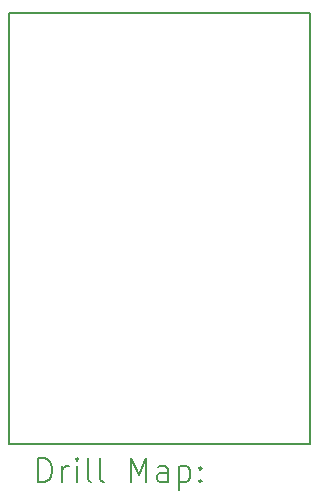
<source format=gbr>
%TF.GenerationSoftware,KiCad,Pcbnew,8.0.5*%
%TF.CreationDate,2024-10-07T16:19:07-07:00*%
%TF.ProjectId,MyFirstKiCAD,4d794669-7273-4744-9b69-4341442e6b69,rev?*%
%TF.SameCoordinates,Original*%
%TF.FileFunction,Drillmap*%
%TF.FilePolarity,Positive*%
%FSLAX45Y45*%
G04 Gerber Fmt 4.5, Leading zero omitted, Abs format (unit mm)*
G04 Created by KiCad (PCBNEW 8.0.5) date 2024-10-07 16:19:07*
%MOMM*%
%LPD*%
G01*
G04 APERTURE LIST*
%ADD10C,0.200000*%
G04 APERTURE END LIST*
D10*
X11400000Y-7800000D02*
X13950000Y-7800000D01*
X13950000Y-11450000D01*
X11400000Y-11450000D01*
X11400000Y-7800000D01*
X11650777Y-11771484D02*
X11650777Y-11571484D01*
X11650777Y-11571484D02*
X11698396Y-11571484D01*
X11698396Y-11571484D02*
X11726967Y-11581008D01*
X11726967Y-11581008D02*
X11746015Y-11600055D01*
X11746015Y-11600055D02*
X11755539Y-11619103D01*
X11755539Y-11619103D02*
X11765062Y-11657198D01*
X11765062Y-11657198D02*
X11765062Y-11685769D01*
X11765062Y-11685769D02*
X11755539Y-11723865D01*
X11755539Y-11723865D02*
X11746015Y-11742912D01*
X11746015Y-11742912D02*
X11726967Y-11761960D01*
X11726967Y-11761960D02*
X11698396Y-11771484D01*
X11698396Y-11771484D02*
X11650777Y-11771484D01*
X11850777Y-11771484D02*
X11850777Y-11638150D01*
X11850777Y-11676246D02*
X11860301Y-11657198D01*
X11860301Y-11657198D02*
X11869824Y-11647674D01*
X11869824Y-11647674D02*
X11888872Y-11638150D01*
X11888872Y-11638150D02*
X11907920Y-11638150D01*
X11974586Y-11771484D02*
X11974586Y-11638150D01*
X11974586Y-11571484D02*
X11965062Y-11581008D01*
X11965062Y-11581008D02*
X11974586Y-11590531D01*
X11974586Y-11590531D02*
X11984110Y-11581008D01*
X11984110Y-11581008D02*
X11974586Y-11571484D01*
X11974586Y-11571484D02*
X11974586Y-11590531D01*
X12098396Y-11771484D02*
X12079348Y-11761960D01*
X12079348Y-11761960D02*
X12069824Y-11742912D01*
X12069824Y-11742912D02*
X12069824Y-11571484D01*
X12203158Y-11771484D02*
X12184110Y-11761960D01*
X12184110Y-11761960D02*
X12174586Y-11742912D01*
X12174586Y-11742912D02*
X12174586Y-11571484D01*
X12431729Y-11771484D02*
X12431729Y-11571484D01*
X12431729Y-11571484D02*
X12498396Y-11714341D01*
X12498396Y-11714341D02*
X12565062Y-11571484D01*
X12565062Y-11571484D02*
X12565062Y-11771484D01*
X12746015Y-11771484D02*
X12746015Y-11666722D01*
X12746015Y-11666722D02*
X12736491Y-11647674D01*
X12736491Y-11647674D02*
X12717443Y-11638150D01*
X12717443Y-11638150D02*
X12679348Y-11638150D01*
X12679348Y-11638150D02*
X12660301Y-11647674D01*
X12746015Y-11761960D02*
X12726967Y-11771484D01*
X12726967Y-11771484D02*
X12679348Y-11771484D01*
X12679348Y-11771484D02*
X12660301Y-11761960D01*
X12660301Y-11761960D02*
X12650777Y-11742912D01*
X12650777Y-11742912D02*
X12650777Y-11723865D01*
X12650777Y-11723865D02*
X12660301Y-11704817D01*
X12660301Y-11704817D02*
X12679348Y-11695293D01*
X12679348Y-11695293D02*
X12726967Y-11695293D01*
X12726967Y-11695293D02*
X12746015Y-11685769D01*
X12841253Y-11638150D02*
X12841253Y-11838150D01*
X12841253Y-11647674D02*
X12860301Y-11638150D01*
X12860301Y-11638150D02*
X12898396Y-11638150D01*
X12898396Y-11638150D02*
X12917443Y-11647674D01*
X12917443Y-11647674D02*
X12926967Y-11657198D01*
X12926967Y-11657198D02*
X12936491Y-11676246D01*
X12936491Y-11676246D02*
X12936491Y-11733388D01*
X12936491Y-11733388D02*
X12926967Y-11752436D01*
X12926967Y-11752436D02*
X12917443Y-11761960D01*
X12917443Y-11761960D02*
X12898396Y-11771484D01*
X12898396Y-11771484D02*
X12860301Y-11771484D01*
X12860301Y-11771484D02*
X12841253Y-11761960D01*
X13022205Y-11752436D02*
X13031729Y-11761960D01*
X13031729Y-11761960D02*
X13022205Y-11771484D01*
X13022205Y-11771484D02*
X13012682Y-11761960D01*
X13012682Y-11761960D02*
X13022205Y-11752436D01*
X13022205Y-11752436D02*
X13022205Y-11771484D01*
X13022205Y-11647674D02*
X13031729Y-11657198D01*
X13031729Y-11657198D02*
X13022205Y-11666722D01*
X13022205Y-11666722D02*
X13012682Y-11657198D01*
X13012682Y-11657198D02*
X13022205Y-11647674D01*
X13022205Y-11647674D02*
X13022205Y-11666722D01*
M02*

</source>
